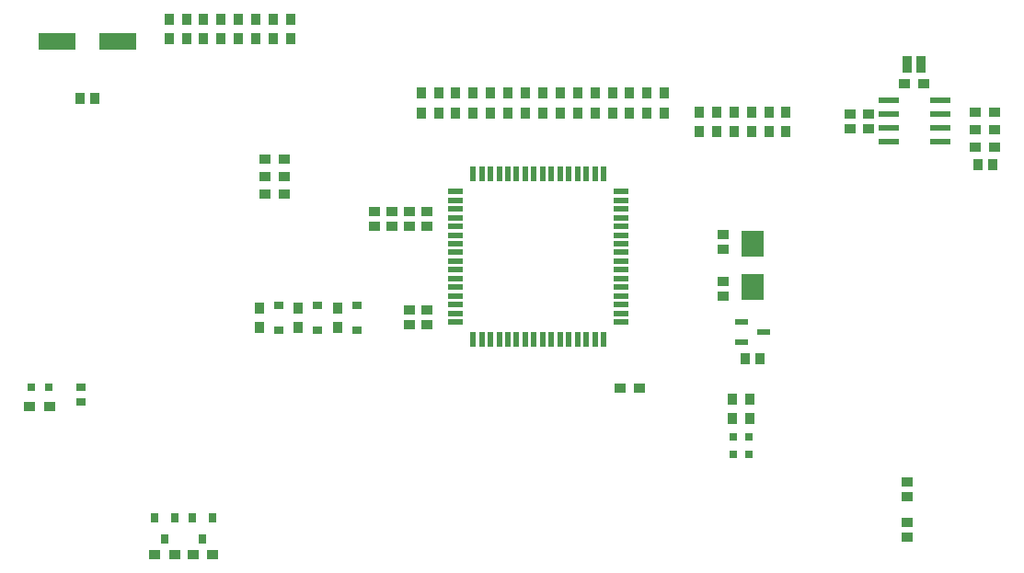
<source format=gtp>
G04*
G04 #@! TF.GenerationSoftware,Altium Limited,Altium Designer,23.8.1 (32)*
G04*
G04 Layer_Color=8421504*
%FSLAX25Y25*%
%MOIN*%
G70*
G04*
G04 #@! TF.SameCoordinates,BF2EEF1A-6A82-4CD2-B880-65E340770DF0*
G04*
G04*
G04 #@! TF.FilePolarity,Positive*
G04*
G01*
G75*
%ADD18R,0.13780X0.06299*%
%ADD19R,0.03937X0.03543*%
%ADD20R,0.03150X0.03150*%
%ADD21R,0.03543X0.03937*%
%ADD22R,0.05000X0.02200*%
%ADD23R,0.07874X0.09449*%
%ADD24R,0.03150X0.03543*%
%ADD25R,0.03543X0.03150*%
%ADD26R,0.03543X0.02756*%
%ADD27R,0.07800X0.02200*%
%ADD28R,0.05800X0.02000*%
%ADD29R,0.02000X0.05800*%
%ADD30R,0.03543X0.06496*%
%ADD31R,0.03150X0.03150*%
D18*
X57874Y235433D02*
D03*
X79921D02*
D03*
D19*
X133071Y180315D02*
D03*
X140157D02*
D03*
X299213Y143110D02*
D03*
Y148425D02*
D03*
Y165551D02*
D03*
Y160236D02*
D03*
X268898Y109843D02*
D03*
X261811D02*
D03*
X114173Y49606D02*
D03*
X107087D02*
D03*
X133071Y192913D02*
D03*
X140157D02*
D03*
Y186614D02*
D03*
X133071D02*
D03*
X100394Y49606D02*
D03*
X93307D02*
D03*
X364961Y220079D02*
D03*
X372047D02*
D03*
X390551Y209842D02*
D03*
X397638D02*
D03*
Y197244D02*
D03*
X390551D02*
D03*
X397638Y203543D02*
D03*
X390551D02*
D03*
X55118Y103150D02*
D03*
X48031D02*
D03*
X345276Y204035D02*
D03*
Y209350D02*
D03*
X351788Y204035D02*
D03*
Y209350D02*
D03*
X365748Y55748D02*
D03*
Y61063D02*
D03*
Y70433D02*
D03*
Y75748D02*
D03*
X191732Y132776D02*
D03*
Y138091D02*
D03*
X185433Y132776D02*
D03*
Y138091D02*
D03*
X191732Y168504D02*
D03*
Y173819D02*
D03*
X185433Y168504D02*
D03*
Y173819D02*
D03*
X179134Y168504D02*
D03*
Y173819D02*
D03*
X172835Y168504D02*
D03*
Y173819D02*
D03*
D20*
X308661Y92224D02*
D03*
Y85925D02*
D03*
X302756Y92224D02*
D03*
Y85925D02*
D03*
D21*
X312500Y120472D02*
D03*
X307185D02*
D03*
X302559Y98917D02*
D03*
Y106004D02*
D03*
X308858Y98917D02*
D03*
Y106004D02*
D03*
X159449Y138976D02*
D03*
Y131890D02*
D03*
X145276Y138976D02*
D03*
Y131890D02*
D03*
X131102Y138976D02*
D03*
Y131890D02*
D03*
X296850Y210039D02*
D03*
Y202953D02*
D03*
X290551D02*
D03*
Y210039D02*
D03*
X303150Y202953D02*
D03*
Y210039D02*
D03*
X265354Y209646D02*
D03*
Y216732D02*
D03*
X315748Y202953D02*
D03*
Y210039D02*
D03*
X259055Y216732D02*
D03*
Y209646D02*
D03*
X309449Y202953D02*
D03*
Y210039D02*
D03*
X252756Y216732D02*
D03*
Y209646D02*
D03*
X322047Y210039D02*
D03*
Y202953D02*
D03*
X246457Y216732D02*
D03*
Y209646D02*
D03*
X233858D02*
D03*
Y216732D02*
D03*
X240158D02*
D03*
Y209646D02*
D03*
X129921Y243701D02*
D03*
Y236614D02*
D03*
X227559Y209646D02*
D03*
Y216732D02*
D03*
X221260Y209646D02*
D03*
Y216732D02*
D03*
X142520Y243701D02*
D03*
Y236614D02*
D03*
X208661Y216732D02*
D03*
Y209646D02*
D03*
X136221Y243701D02*
D03*
Y236614D02*
D03*
X196063Y216732D02*
D03*
Y209646D02*
D03*
X202362Y216732D02*
D03*
Y209646D02*
D03*
X123622Y243701D02*
D03*
Y236614D02*
D03*
X189764Y216732D02*
D03*
Y209646D02*
D03*
X98425Y243701D02*
D03*
Y236614D02*
D03*
X104724Y243701D02*
D03*
Y236614D02*
D03*
X111024Y243701D02*
D03*
Y236614D02*
D03*
X214961Y209646D02*
D03*
Y216732D02*
D03*
X117323Y236614D02*
D03*
Y243701D02*
D03*
X271654Y209646D02*
D03*
Y216732D02*
D03*
X277953Y209646D02*
D03*
Y216732D02*
D03*
X391437Y190945D02*
D03*
X396752D02*
D03*
X71555Y214961D02*
D03*
X66240D02*
D03*
D22*
X305743Y134015D02*
D03*
X313943Y130315D02*
D03*
X305743Y126615D02*
D03*
D23*
X309842Y146457D02*
D03*
Y162205D02*
D03*
D24*
X114370Y62992D02*
D03*
X106890D02*
D03*
X110630Y55118D02*
D03*
X100591Y62992D02*
D03*
X93110D02*
D03*
X96850Y55118D02*
D03*
D25*
X166535Y130905D02*
D03*
Y139961D02*
D03*
X152362Y130905D02*
D03*
Y139961D02*
D03*
X138189Y130905D02*
D03*
Y139961D02*
D03*
D26*
X66535Y104724D02*
D03*
Y110236D02*
D03*
D27*
X359204Y204193D02*
D03*
Y209193D02*
D03*
X377804Y214193D02*
D03*
Y209193D02*
D03*
Y204193D02*
D03*
Y199193D02*
D03*
X359204D02*
D03*
Y214193D02*
D03*
D28*
X262283Y146480D02*
D03*
X202284Y171680D02*
D03*
Y133880D02*
D03*
X262283Y149580D02*
D03*
X202284Y168480D02*
D03*
Y136980D02*
D03*
Y143280D02*
D03*
Y146480D02*
D03*
Y149580D02*
D03*
Y152780D02*
D03*
Y155880D02*
D03*
Y159080D02*
D03*
Y162180D02*
D03*
Y165380D02*
D03*
Y174780D02*
D03*
Y177980D02*
D03*
Y181080D02*
D03*
X262283D02*
D03*
Y177980D02*
D03*
Y174780D02*
D03*
Y171680D02*
D03*
Y168480D02*
D03*
Y165380D02*
D03*
Y162180D02*
D03*
Y159080D02*
D03*
Y155880D02*
D03*
Y152780D02*
D03*
Y143280D02*
D03*
Y140180D02*
D03*
Y136980D02*
D03*
X202284Y140180D02*
D03*
X262283Y133880D02*
D03*
D29*
X208683Y187480D02*
D03*
X211784D02*
D03*
X214984D02*
D03*
X218084D02*
D03*
X221284D02*
D03*
X224383D02*
D03*
X227584D02*
D03*
X230683D02*
D03*
X233884D02*
D03*
X236983D02*
D03*
X240183D02*
D03*
X243284D02*
D03*
X246483D02*
D03*
X249584D02*
D03*
X252783D02*
D03*
X255884D02*
D03*
X249584Y127480D02*
D03*
X246483D02*
D03*
X243284D02*
D03*
X240183D02*
D03*
X236983D02*
D03*
X224383D02*
D03*
X221284D02*
D03*
X218084D02*
D03*
X214984D02*
D03*
X211784D02*
D03*
X208683D02*
D03*
X233884D02*
D03*
X227584D02*
D03*
X230683D02*
D03*
X255884D02*
D03*
X252783D02*
D03*
D30*
X366004Y227165D02*
D03*
X371004D02*
D03*
D31*
X54724Y110236D02*
D03*
X48425D02*
D03*
M02*

</source>
